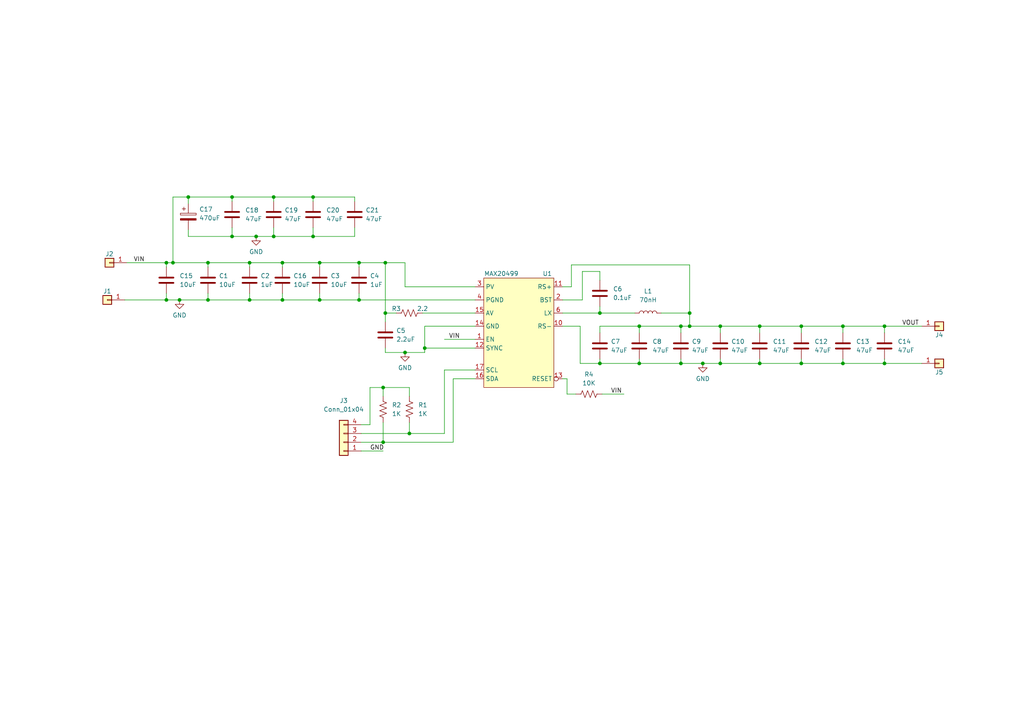
<source format=kicad_sch>
(kicad_sch (version 20211123) (generator eeschema)
  (paper "A4")
  (title_block (title "MAX20499 Breakout") (date "2022-06-12") (rev "1"))
  (lib_symbols
    (symbol "Connector_Generic:Conn_01x01" (pin_names (offset 1.016) hide)
      (property "Reference" "J" (at 0 2.54 0))
      (property "Value" "Conn_01x01" (at 0 -2.54 0))
      (symbol "Conn_01x01_1_1"
        (rectangle (start -1.27 0.127) (end 0 -0.127) (stroke (width 0.1524)))
        (rectangle (start -1.27 1.27) (end 1.27 -1.27) (stroke (width 0.254)) (fill (type background)))
        (pin passive line (at -5.08 0 0) (length 3.81) (name "Pin_1") (number "1"))
      )
    )
    (symbol "Connector_Generic:Conn_01x04" (pin_names (offset 1.016) hide)
      (property "Reference" "J" (at 0 5.08 0))
      (property "Value" "Conn_01x04" (at 0 -7.62 0))
      (symbol "Conn_01x04_1_1"
        (rectangle (start -1.27 -4.953) (end 0 -5.207) (stroke (width 0.1524)))
        (rectangle (start -1.27 -2.413) (end 0 -2.667) (stroke (width 0.1524)))
        (rectangle (start -1.27 0.127) (end 0 -0.127) (stroke (width 0.1524)))
        (rectangle (start -1.27 2.667) (end 0 2.413) (stroke (width 0.1524)))
        (rectangle (start -1.27 3.81) (end 1.27 -6.35) (stroke (width 0.254)) (fill (type background)))
        (pin passive line (at -5.08 2.54 0) (length 3.81) (name "Pin_1") (number "1"))
        (pin passive line (at -5.08 0 0) (length 3.81) (name "Pin_2") (number "2"))
        (pin passive line (at -5.08 -2.54 0) (length 3.81) (name "Pin_3") (number "3"))
        (pin passive line (at -5.08 -5.08 0) (length 3.81) (name "Pin_4") (number "4"))
      )
    )
    (symbol "Device:C" (pin_numbers hide) (pin_names (offset 0.254))
      (property "Reference" "C" (at 0.635 2.54 0))
      (property "Value" "C" (at 0.635 -2.54 0))
      (symbol "C_0_1"
        (polyline (pts (xy -2.032 -0.762) (xy 2.032 -0.762)) (stroke (width 0.508)))
        (polyline (pts (xy -2.032 0.762) (xy 2.032 0.762)) (stroke (width 0.508)))
      )
      (symbol "C_1_1"
        (pin passive line (at 0 3.81 270) (length 2.794) (name "~") (number "1"))
        (pin passive line (at 0 -3.81 90) (length 2.794) (name "~") (number "2"))
      )
    )
    (symbol "Device:C_Polarized" (pin_numbers hide) (pin_names (offset 0.254))
      (property "Reference" "C" (at 0.635 2.54 0))
      (property "Value" "C_Polarized" (at 0.635 -2.54 0))
      (symbol "C_Polarized_0_1"
        (rectangle (start -2.286 0.508) (end 2.286 1.016))
        (polyline (pts (xy -1.778 2.286) (xy -0.762 2.286)))
        (polyline (pts (xy -1.27 2.794) (xy -1.27 1.778)))
        (rectangle (start 2.286 -0.508) (end -2.286 -1.016) (fill (type outline)))
      )
      (symbol "C_Polarized_1_1"
        (pin passive line (at 0 3.81 270) (length 2.794) (name "~") (number "1"))
        (pin passive line (at 0 -3.81 90) (length 2.794) (name "~") (number "2"))
      )
    )
    (symbol "Device:L" (pin_numbers hide) (pin_names (offset 1.016) hide)
      (property "Reference" "L" (at -1.27 0 90))
      (property "Value" "L" (at 1.905 0 90))
      (symbol "L_0_1"
        (arc (start 0 -2.54) (mid 0.635 -1.905) (end 0 -1.27))
        (arc (start 0 -1.27) (mid 0.635 -0.635) (end 0 0))
        (arc (start 0 0) (mid 0.635 0.635) (end 0 1.27))
        (arc (start 0 1.27) (mid 0.635 1.905) (end 0 2.54))
      )
      (symbol "L_1_1"
        (pin passive line (at 0 3.81 270) (length 1.27) (name "1") (number "1"))
        (pin passive line (at 0 -3.81 90) (length 1.27) (name "2") (number "2"))
      )
    )
    (symbol "Device:R_US" (pin_numbers hide) (pin_names (offset 0))
      (property "Reference" "R" (at 2.54 0 90))
      (property "Value" "R_US" (at -2.54 0 90))
      (symbol "R_US_0_1"
        (polyline (pts (xy 0 -2.286) (xy 0 -2.54)))
        (polyline (pts (xy 0 2.286) (xy 0 2.54)))
        (polyline (pts (xy 0 -0.762) (xy 1.016 -1.143) (xy 0 -1.524) (xy -1.016 -1.905) (xy 0 -2.286)))
        (polyline (pts (xy 0 0.762) (xy 1.016 0.381) (xy 0 0) (xy -1.016 -0.381) (xy 0 -0.762)))
        (polyline (pts (xy 0 2.286) (xy 1.016 1.905) (xy 0 1.524) (xy -1.016 1.143) (xy 0 0.762)))
      )
      (symbol "R_US_1_1"
        (pin passive line (at 0 3.81 270) (length 1.27) (name "~") (number "1"))
        (pin passive line (at 0 -3.81 90) (length 1.27) (name "~") (number "2"))
      )
    )
    (symbol "low_voltage_reg:MAX20499"
      (property "Reference" "U" (at 7.62 16.51 0))
      (property "Value" "MAX20499" (at -5.08 16.51 0))
      (symbol "MAX20499_0_1"
        (rectangle (start -10.16 15.24) (end 10.16 -16.51) (stroke (width 0.1524)) (fill (type background)))
      )
      (symbol "MAX20499_1_1"
        (pin input line (at -12.7 -2.54 0) (length 2.54) (name "EN") (number "1"))
        (pin input line (at 12.7 1.27 180) (length 2.54) (name "RS-") (number "10"))
        (pin input line (at 12.7 12.7 180) (length 2.54) (name "RS+") (number "11"))
        (pin input line (at -12.7 -5.08 0) (length 2.54) (name "SYNC") (number "12"))
        (pin input inverted (at 12.7 -13.97 180) (length 2.54) (name "RESET") (number "13"))
        (pin input line (at -12.7 1.27 0) (length 2.54) (name "GND") (number "14"))
        (pin input line (at -12.7 5.08 0) (length 2.54) (name "AV") (number "15"))
        (pin input line (at -12.7 -13.97 0) (length 2.54) (name "SDA") (number "16"))
        (pin input line (at -12.7 -11.43 0) (length 2.54) (name "SCL") (number "17"))
        (pin input line (at 12.7 8.89 180) (length 2.54) (name "BST") (number "2"))
        (pin input line (at -12.7 12.7 0) (length 2.54) (name "PV") (number "3"))
        (pin input line (at -12.7 8.89 0) (length 2.54) (name "PGND") (number "4"))
        (pin input line (at -12.7 8.89 0) (length 2.54) hide (name "PGND") (number "5"))
        (pin input line (at 12.7 5.08 180) (length 2.54) (name "LX") (number "6"))
        (pin input line (at -12.7 8.89 0) (length 2.54) hide (name "PGND") (number "7"))
        (pin input line (at -12.7 8.89 0) (length 2.54) hide (name "PGND") (number "8"))
        (pin input line (at -12.7 12.7 0) (length 2.54) hide (name "PV") (number "9"))
      )
    )
    (symbol "power:GND" (power) (pin_names (offset 0))
      (property "Value" "GND" (at 0 -3.81 0))
      (symbol "GND_0_1"
        (polyline (pts (xy 0 0) (xy 0 -1.27) (xy 1.27 -1.27) (xy 0 -2.54) (xy -1.27 -1.27) (xy 0 -1.27)))
      )
      (symbol "GND_1_1"
        (pin power_in line (at 0 0 270) (length 0) hide (name "GND") (number "1"))
      )
    )
  )
  (junction (at 220.345 94.615))
  (junction (at 74.295 68.58))
  (junction (at 185.42 105.41))
  (junction (at 90.805 68.58))
  (junction (at 72.39 86.995))
  (junction (at 256.54 94.615))
  (junction (at 117.475 102.235))
  (junction (at 104.14 86.995))
  (junction (at 92.71 86.995))
  (junction (at 203.835 105.41))
  (junction (at 67.31 68.58))
  (junction (at 81.915 86.995))
  (junction (at 79.375 57.15))
  (junction (at 48.26 76.2))
  (junction (at 48.26 86.995))
  (junction (at 52.07 86.995))
  (junction (at 197.485 94.615))
  (junction (at 72.39 76.2))
  (junction (at 118.745 125.73))
  (junction (at 92.71 76.2))
  (junction (at 60.325 86.995))
  (junction (at 200.025 94.615))
  (junction (at 123.19 100.965))
  (junction (at 232.41 94.615))
  (junction (at 173.99 105.41))
  (junction (at 90.805 57.15))
  (junction (at 111.125 128.27))
  (junction (at 244.475 94.615))
  (junction (at 173.99 90.805))
  (junction (at 111.76 76.2))
  (junction (at 244.475 105.41))
  (junction (at 185.42 94.615))
  (junction (at 79.375 68.58))
  (junction (at 220.345 105.41))
  (junction (at 208.915 94.615))
  (junction (at 111.125 112.395))
  (junction (at 197.485 105.41))
  (junction (at 67.31 57.15))
  (junction (at 200.025 90.805))
  (junction (at 50.165 76.2))
  (junction (at 81.915 76.2))
  (junction (at 256.54 105.41))
  (junction (at 232.41 105.41))
  (junction (at 111.76 90.805))
  (junction (at 60.325 76.2))
  (junction (at 54.61 57.15))
  (junction (at 208.915 105.41))
  (junction (at 104.14 76.2))
  (wire (pts (xy 54.61 57.15) (xy 54.61 59.055)))
  (wire (pts (xy 256.54 96.52) (xy 256.54 94.615)))
  (wire (pts (xy 168.275 94.615) (xy 168.275 105.41)))
  (wire (pts (xy 72.39 86.995) (xy 81.915 86.995)))
  (wire (pts (xy 111.76 102.235) (xy 111.76 100.965)))
  (wire (pts (xy 168.91 86.995) (xy 168.91 78.74)))
  (wire (pts (xy 111.76 76.2) (xy 111.76 90.805)))
  (wire (pts (xy 50.165 76.2) (xy 48.26 76.2)))
  (wire (pts (xy 54.61 68.58) (xy 54.61 66.675)))
  (wire (pts (xy 104.14 76.2) (xy 92.71 76.2)))
  (wire (pts (xy 220.345 94.615) (xy 232.41 94.615)))
  (wire (pts (xy 92.71 85.09) (xy 92.71 86.995)))
  (wire (pts (xy 131.445 128.27) (xy 131.445 109.855)))
  (wire (pts (xy 185.42 94.615) (xy 197.485 94.615)))
  (wire (pts (xy 52.07 86.995) (xy 60.325 86.995)))
  (wire (pts (xy 111.76 76.2) (xy 104.14 76.2)))
  (wire (pts (xy 232.41 96.52) (xy 232.41 94.615)))
  (wire (pts (xy 173.99 90.805) (xy 184.15 90.805)))
  (wire (pts (xy 60.325 85.09) (xy 60.325 86.995)))
  (wire (pts (xy 244.475 94.615) (xy 244.475 96.52)))
  (wire (pts (xy 90.805 57.15) (xy 90.805 58.42)))
  (wire (pts (xy 128.905 125.73) (xy 128.905 107.315)))
  (wire (pts (xy 54.61 57.15) (xy 50.165 57.15)))
  (wire (pts (xy 114.935 90.805) (xy 111.76 90.805)))
  (wire (pts (xy 118.745 122.555) (xy 118.745 125.73)))
  (wire (pts (xy 72.39 76.2) (xy 60.325 76.2)))
  (wire (pts (xy 185.42 104.14) (xy 185.42 105.41)))
  (wire (pts (xy 137.795 83.185) (xy 117.475 83.185)))
  (wire (pts (xy 200.025 76.835) (xy 200.025 90.805)))
  (wire (pts (xy 173.99 104.14) (xy 173.99 105.41)))
  (wire (pts (xy 36.195 86.995) (xy 48.26 86.995)))
  (wire (pts (xy 102.87 68.58) (xy 90.805 68.58)))
  (wire (pts (xy 163.195 90.805) (xy 173.99 90.805)))
  (wire (pts (xy 104.14 77.47) (xy 104.14 76.2)))
  (wire (pts (xy 81.915 86.995) (xy 92.71 86.995)))
  (wire (pts (xy 81.915 85.09) (xy 81.915 86.995)))
  (wire (pts (xy 163.195 94.615) (xy 168.275 94.615)))
  (wire (pts (xy 128.905 98.425) (xy 137.795 98.425)))
  (wire (pts (xy 123.19 100.965) (xy 137.795 100.965)))
  (wire (pts (xy 111.125 112.395) (xy 111.125 114.935)))
  (wire (pts (xy 165.735 76.835) (xy 200.025 76.835)))
  (wire (pts (xy 123.19 102.235) (xy 117.475 102.235)))
  (wire (pts (xy 79.375 66.04) (xy 79.375 68.58)))
  (wire (pts (xy 104.14 86.995) (xy 104.14 85.09)))
  (wire (pts (xy 197.485 104.14) (xy 197.485 105.41)))
  (wire (pts (xy 50.165 57.15) (xy 50.165 76.2)))
  (wire (pts (xy 79.375 68.58) (xy 90.805 68.58)))
  (wire (pts (xy 123.19 100.965) (xy 123.19 102.235)))
  (wire (pts (xy 102.87 58.42) (xy 102.87 57.15)))
  (wire (pts (xy 232.41 104.14) (xy 232.41 105.41)))
  (wire (pts (xy 102.87 57.15) (xy 90.805 57.15)))
  (wire (pts (xy 104.14 86.995) (xy 137.795 86.995)))
  (wire (pts (xy 185.42 105.41) (xy 197.485 105.41)))
  (wire (pts (xy 137.795 94.615) (xy 123.19 94.615)))
  (wire (pts (xy 48.26 76.2) (xy 48.26 77.47)))
  (wire (pts (xy 203.835 105.41) (xy 208.915 105.41)))
  (wire (pts (xy 74.295 68.58) (xy 79.375 68.58)))
  (wire (pts (xy 72.39 76.2) (xy 72.39 77.47)))
  (wire (pts (xy 67.31 68.58) (xy 74.295 68.58)))
  (wire (pts (xy 163.195 83.185) (xy 165.735 83.185)))
  (wire (pts (xy 123.19 94.615) (xy 123.19 100.965)))
  (wire (pts (xy 48.26 86.995) (xy 52.07 86.995)))
  (wire (pts (xy 168.275 105.41) (xy 173.99 105.41)))
  (wire (pts (xy 191.77 90.805) (xy 200.025 90.805)))
  (wire (pts (xy 220.345 94.615) (xy 208.915 94.615)))
  (wire (pts (xy 48.26 76.2) (xy 36.83 76.2)))
  (wire (pts (xy 163.195 109.855) (xy 164.465 109.855)))
  (wire (pts (xy 67.31 57.15) (xy 54.61 57.15)))
  (wire (pts (xy 128.905 107.315) (xy 137.795 107.315)))
  (wire (pts (xy 67.31 66.04) (xy 67.31 68.58)))
  (wire (pts (xy 111.125 112.395) (xy 118.745 112.395)))
  (wire (pts (xy 111.125 128.27) (xy 131.445 128.27)))
  (wire (pts (xy 208.915 94.615) (xy 208.915 96.52)))
  (wire (pts (xy 104.775 125.73) (xy 118.745 125.73)))
  (wire (pts (xy 256.54 105.41) (xy 267.335 105.41)))
  (wire (pts (xy 90.805 57.15) (xy 79.375 57.15)))
  (wire (pts (xy 185.42 94.615) (xy 185.42 96.52)))
  (wire (pts (xy 81.915 76.2) (xy 72.39 76.2)))
  (wire (pts (xy 54.61 68.58) (xy 67.31 68.58)))
  (wire (pts (xy 104.775 130.81) (xy 111.125 130.81)))
  (wire (pts (xy 220.345 105.41) (xy 232.41 105.41)))
  (wire (pts (xy 90.805 66.04) (xy 90.805 68.58)))
  (wire (pts (xy 200.025 94.615) (xy 197.485 94.615)))
  (wire (pts (xy 48.26 85.09) (xy 48.26 86.995)))
  (wire (pts (xy 92.71 76.2) (xy 92.71 77.47)))
  (wire (pts (xy 111.125 122.555) (xy 111.125 128.27)))
  (wire (pts (xy 107.315 112.395) (xy 111.125 112.395)))
  (wire (pts (xy 256.54 105.41) (xy 256.54 104.14)))
  (wire (pts (xy 197.485 105.41) (xy 203.835 105.41)))
  (wire (pts (xy 244.475 94.615) (xy 256.54 94.615)))
  (wire (pts (xy 92.71 86.995) (xy 104.14 86.995)))
  (wire (pts (xy 102.87 66.04) (xy 102.87 68.58)))
  (wire (pts (xy 174.625 114.3) (xy 180.975 114.3)))
  (wire (pts (xy 122.555 90.805) (xy 137.795 90.805)))
  (wire (pts (xy 165.735 83.185) (xy 165.735 76.835)))
  (wire (pts (xy 173.99 105.41) (xy 185.42 105.41)))
  (wire (pts (xy 244.475 104.14) (xy 244.475 105.41)))
  (wire (pts (xy 173.99 78.74) (xy 173.99 81.28)))
  (wire (pts (xy 168.91 78.74) (xy 173.99 78.74)))
  (wire (pts (xy 104.775 128.27) (xy 111.125 128.27)))
  (wire (pts (xy 117.475 76.2) (xy 111.76 76.2)))
  (wire (pts (xy 79.375 57.15) (xy 79.375 58.42)))
  (wire (pts (xy 220.345 104.14) (xy 220.345 105.41)))
  (wire (pts (xy 131.445 109.855) (xy 137.795 109.855)))
  (wire (pts (xy 208.915 104.14) (xy 208.915 105.41)))
  (wire (pts (xy 220.345 94.615) (xy 220.345 96.52)))
  (wire (pts (xy 232.41 94.615) (xy 244.475 94.615)))
  (wire (pts (xy 81.915 76.2) (xy 81.915 77.47)))
  (wire (pts (xy 200.025 90.805) (xy 200.025 94.615)))
  (wire (pts (xy 67.31 57.15) (xy 67.31 58.42)))
  (wire (pts (xy 104.775 123.19) (xy 107.315 123.19)))
  (wire (pts (xy 111.76 90.805) (xy 111.76 93.345)))
  (wire (pts (xy 173.99 88.9) (xy 173.99 90.805)))
  (wire (pts (xy 232.41 105.41) (xy 244.475 105.41)))
  (wire (pts (xy 208.915 105.41) (xy 220.345 105.41)))
  (wire (pts (xy 173.99 94.615) (xy 173.99 96.52)))
  (wire (pts (xy 164.465 109.855) (xy 164.465 114.3)))
  (wire (pts (xy 197.485 94.615) (xy 197.485 96.52)))
  (wire (pts (xy 118.745 125.73) (xy 128.905 125.73)))
  (wire (pts (xy 117.475 102.235) (xy 111.76 102.235)))
  (wire (pts (xy 60.325 76.2) (xy 60.325 77.47)))
  (wire (pts (xy 79.375 57.15) (xy 67.31 57.15)))
  (wire (pts (xy 208.915 94.615) (xy 200.025 94.615)))
  (wire (pts (xy 164.465 114.3) (xy 167.005 114.3)))
  (wire (pts (xy 244.475 105.41) (xy 256.54 105.41)))
  (wire (pts (xy 107.315 123.19) (xy 107.315 112.395)))
  (wire (pts (xy 72.39 85.09) (xy 72.39 86.995)))
  (wire (pts (xy 185.42 94.615) (xy 173.99 94.615)))
  (wire (pts (xy 256.54 94.615) (xy 267.335 94.615)))
  (wire (pts (xy 92.71 76.2) (xy 81.915 76.2)))
  (wire (pts (xy 163.195 86.995) (xy 168.91 86.995)))
  (wire (pts (xy 60.325 76.2) (xy 50.165 76.2)))
  (wire (pts (xy 118.745 112.395) (xy 118.745 114.935)))
  (wire (pts (xy 60.325 86.995) (xy 72.39 86.995)))
  (wire (pts (xy 117.475 83.185) (xy 117.475 76.2)))
  (label "VIN" (at 130.175 98.425 0))
  (label "VOUT" (at 261.62 94.615 0))
  (label "VIN" (at 38.735 76.2 0))
  (label "VIN" (at 177.165 114.3 0))
  (label "GND" (at 107.315 130.81 0))
  (symbol (lib_id "power:GND") (at 117.475 102.235 0) (unit 1)
    (property "Reference" "#PWR0101" (effects hide))
    (property "Value" "GND" (at 117.475 106.68 0))
  )
  (symbol (lib_id "power:GND") (at 203.835 105.41 0) (unit 1)
    (property "Reference" "#PWR0103" (effects hide))
    (property "Value" "GND" (at 203.835 109.855 0))
  )
  (symbol (lib_id "Device:C") (at 197.485 100.33 0) (unit 1)
    (property "Reference" "C9" (at 200.66 99.0599 0) (effects (justify left)))
    (property "Value" "47uF" (at 200.66 101.5999 0) (effects (justify left)))
    (property "Footprint" "Capacitor_SMD:C_1206_3216Metric" (effects hide))
  )
  (symbol (lib_id "Device:C") (at 92.71 81.28 0) (unit 1)
    (property "Reference" "C3" (at 95.885 80.0099 0) (effects (justify left)))
    (property "Value" "10uF" (at 95.885 82.5499 0) (effects (justify left)))
    (property "Footprint" "Capacitor_SMD:C_0805_2012Metric" (effects hide))
  )
  (symbol (lib_id "Device:C") (at 244.475 100.33 0) (unit 1)
    (property "Reference" "C13" (at 248.285 99.0599 0) (effects (justify left)))
    (property "Value" "47uF" (at 248.285 101.5999 0) (effects (justify left)))
    (property "Footprint" "Capacitor_SMD:C_1206_3216Metric" (effects hide))
  )
  (symbol (lib_id "low_voltage_reg:MAX20499") (at 150.495 95.885 0) (unit 1)
    (property "Reference" "U1" (at 158.75 79.375 0))
    (property "Value" "MAX20499" (at 145.415 79.375 0))
    (property "Footprint" "low_voltage_reg:MAX20499" (effects hide))
    (property "Datasheet" "https://datasheets.maximintegrated.com/en/ds/MAX20499C-MAX20499D.pdf" (effects hide))
    (property "PARTNO" "MAX20499DAFOA/VY+" (effects hide))
    (property "DK" "175-MAX20499DAFOA/VY+-ND" (effects hide))
  )
  (symbol (lib_id "Device:C") (at 111.76 97.155 0) (unit 1)
    (property "Reference" "C5" (at 114.935 95.8849 0) (effects (justify left)))
    (property "Value" "2.2uF" (at 114.935 98.4249 0) (effects (justify left)))
    (property "Footprint" "Capacitor_SMD:C_0603_1608Metric" (effects hide))
  )
  (symbol (lib_id "Device:C") (at 173.99 85.09 0) (unit 1)
    (property "Reference" "C6" (at 177.8 83.8199 0) (effects (justify left)))
    (property "Value" "0.1uF" (at 177.8 86.3599 0) (effects (justify left)))
    (property "Footprint" "Capacitor_SMD:C_0603_1608Metric" (effects hide))
  )
  (symbol (lib_id "Connector_Generic:Conn_01x01") (at 31.75 76.2 180) (unit 1)
    (property "Reference" "J2" (at 31.75 73.66 0))
    (property "Value" "Conn_01x01" (effects hide))
    (property "Footprint" "low_voltage_reg:63862-1" (effects hide))
  )
  (symbol (lib_id "Device:C") (at 102.87 62.23 0) (unit 1)
    (property "Reference" "C21" (at 106.045 60.9599 0) (effects (justify left)))
    (property "Value" "47uF" (at 106.045 63.4999 0) (effects (justify left)))
    (property "Footprint" "Capacitor_SMD:C_1210_3225Metric" (effects hide))
  )
  (symbol (lib_id "Device:C") (at 220.345 100.33 0) (unit 1)
    (property "Reference" "C11" (at 224.155 99.0599 0) (effects (justify left)))
    (property "Value" "47uF" (at 224.155 101.5999 0) (effects (justify left)))
    (property "Footprint" "Capacitor_SMD:C_1206_3216Metric" (effects hide))
  )
  (symbol (lib_id "Device:C") (at 256.54 100.33 0) (unit 1)
    (property "Reference" "C14" (at 260.35 99.0599 0) (effects (justify left)))
    (property "Value" "47uF" (at 260.35 101.5999 0) (effects (justify left)))
    (property "Footprint" "Capacitor_SMD:C_1206_3216Metric" (effects hide))
  )
  (symbol (lib_id "Device:C") (at 173.99 100.33 0) (unit 1)
    (property "Reference" "C7" (at 177.165 99.0599 0) (effects (justify left)))
    (property "Value" "47uF" (at 177.165 101.5999 0) (effects (justify left)))
    (property "Footprint" "Capacitor_SMD:C_1206_3216Metric" (effects hide))
  )
  (symbol (lib_id "Device:C") (at 90.805 62.23 0) (unit 1)
    (property "Reference" "C20" (at 94.615 60.9599 0) (effects (justify left)))
    (property "Value" "47uF" (at 94.615 63.4999 0) (effects (justify left)))
    (property "Footprint" "Capacitor_SMD:C_1210_3225Metric" (effects hide))
  )
  (symbol (lib_id "Device:C_Polarized") (at 54.61 62.865 0) (unit 1)
    (property "Reference" "C17" (at 57.785 60.7059 0) (effects (justify left)))
    (property "Value" "470uF" (at 57.785 63.2459 0) (effects (justify left)))
    (property "Footprint" "Capacitor_Tantalum_SMD:CP_EIA-7343-43_Kemet-X" (effects hide))
  )
  (symbol (lib_id "Device:R_US") (at 118.745 90.805 90) (unit 1)
    (property "Reference" "R3" (at 114.935 89.535 90))
    (property "Value" "2.2" (at 122.555 89.535 90))
    (property "Footprint" "Resistor_SMD:R_0201_0603Metric" (effects hide))
  )
  (symbol (lib_id "Device:R_US") (at 111.125 118.745 0) (unit 1)
    (property "Reference" "R2" (at 113.665 117.4749 0) (effects (justify left)))
    (property "Value" "1K" (at 113.665 120.0149 0) (effects (justify left)))
    (property "Footprint" "Resistor_SMD:R_0201_0603Metric" (effects hide))
  )
  (symbol (lib_id "Device:C") (at 185.42 100.33 0) (unit 1)
    (property "Reference" "C8" (at 189.23 99.0599 0) (effects (justify left)))
    (property "Value" "47uF" (at 189.23 101.5999 0) (effects (justify left)))
    (property "Footprint" "Capacitor_SMD:C_1206_3216Metric" (effects hide))
  )
  (symbol (lib_id "Device:C") (at 72.39 81.28 0) (unit 1)
    (property "Reference" "C2" (at 75.565 80.0099 0) (effects (justify left)))
    (property "Value" "1uF" (at 75.565 82.5499 0) (effects (justify left)))
    (property "Footprint" "Capacitor_SMD:C_0603_1608Metric" (effects hide))
  )
  (symbol (lib_id "Connector_Generic:Conn_01x01") (at 31.115 86.995 180) (unit 1)
    (property "Reference" "J1" (at 31.115 84.455 0))
    (property "Value" "Conn_01x01" (effects hide))
    (property "Footprint" "low_voltage_reg:63862-1" (effects hide))
  )
  (symbol (lib_id "Connector_Generic:Conn_01x01") (at 272.415 105.41 0) (unit 1)
    (property "Reference" "J5" (at 272.415 107.95 0))
    (property "Value" "Conn_01x01" (effects hide))
    (property "Footprint" "low_voltage_reg:63862-1" (effects hide))
  )
  (symbol (lib_id "power:GND") (at 74.295 68.58 0) (unit 1)
    (property "Reference" "#PWR0104" (effects hide))
    (property "Value" "GND" (at 74.295 73.025 0))
  )
  (symbol (lib_id "Device:C") (at 81.915 81.28 0) (unit 1)
    (property "Reference" "C16" (at 85.09 80.0099 0) (effects (justify left)))
    (property "Value" "10uF" (at 85.09 82.5499 0) (effects (justify left)))
    (property "Footprint" "Capacitor_SMD:C_0805_2012Metric" (effects hide))
  )
  (symbol (lib_id "Device:C") (at 104.14 81.28 0) (unit 1)
    (property "Reference" "C4" (at 107.315 80.0099 0) (effects (justify left)))
    (property "Value" "1uF" (at 107.315 82.5499 0) (effects (justify left)))
    (property "Footprint" "Capacitor_SMD:C_0603_1608Metric" (effects hide))
  )
  (symbol (lib_id "Connector_Generic:Conn_01x01") (at 272.415 94.615 0) (unit 1)
    (property "Reference" "J4" (at 272.415 97.155 0))
    (property "Value" "Conn_01x01" (effects hide))
    (property "Footprint" "low_voltage_reg:63862-1" (effects hide))
  )
  (symbol (lib_id "Device:C") (at 67.31 62.23 0) (unit 1)
    (property "Reference" "C18" (at 71.12 60.9599 0) (effects (justify left)))
    (property "Value" "47uF" (at 71.12 63.4999 0) (effects (justify left)))
    (property "Footprint" "Capacitor_SMD:C_1210_3225Metric" (effects hide))
  )
  (symbol (lib_id "Connector_Generic:Conn_01x04") (at 99.695 128.27 180) (unit 1)
    (property "Reference" "J3" (at 99.695 116.205 0))
    (property "Value" "Conn_01x04" (at 99.695 118.745 0))
    (property "Footprint" "Connector_PinHeader_2.54mm:PinHeader_1x04_P2.54mm_Vertical" (effects hide))
  )
  (symbol (lib_id "Device:C") (at 48.26 81.28 0) (unit 1)
    (property "Reference" "C15" (at 52.07 80.0099 0) (effects (justify left)))
    (property "Value" "10uF" (at 52.07 82.5499 0) (effects (justify left)))
    (property "Footprint" "Capacitor_SMD:C_0805_2012Metric" (effects hide))
  )
  (symbol (lib_id "Device:C") (at 79.375 62.23 0) (unit 1)
    (property "Reference" "C19" (at 82.55 60.9599 0) (effects (justify left)))
    (property "Value" "47uF" (at 82.55 63.4999 0) (effects (justify left)))
    (property "Footprint" "Capacitor_SMD:C_1210_3225Metric" (effects hide))
  )
  (symbol (lib_id "Device:C") (at 232.41 100.33 0) (unit 1)
    (property "Reference" "C12" (at 236.22 99.0599 0) (effects (justify left)))
    (property "Value" "47uF" (at 236.22 101.5999 0) (effects (justify left)))
    (property "Footprint" "Capacitor_SMD:C_1206_3216Metric" (effects hide))
  )
  (symbol (lib_id "Device:C") (at 208.915 100.33 0) (unit 1)
    (property "Reference" "C10" (at 212.09 99.0599 0) (effects (justify left)))
    (property "Value" "47uF" (at 212.09 101.5999 0) (effects (justify left)))
    (property "Footprint" "Capacitor_SMD:C_1206_3216Metric" (effects hide))
  )
  (symbol (lib_id "Device:R_US") (at 118.745 118.745 0) (unit 1)
    (property "Reference" "R1" (at 121.285 117.4749 0) (effects (justify left)))
    (property "Value" "1K" (at 121.285 120.0149 0) (effects (justify left)))
    (property "Footprint" "Resistor_SMD:R_0201_0603Metric" (effects hide))
  )
  (symbol (lib_id "Device:C") (at 60.325 81.28 0) (unit 1)
    (property "Reference" "C1" (at 63.5 80.0099 0) (effects (justify left)))
    (property "Value" "10uF" (at 63.5 82.5499 0) (effects (justify left)))
    (property "Footprint" "Capacitor_SMD:C_0805_2012Metric" (effects hide))
  )
  (symbol (lib_id "power:GND") (at 52.07 86.995 0) (unit 1)
    (property "Reference" "#PWR0102" (effects hide))
    (property "Value" "GND" (at 52.07 91.44 0))
  )
  (symbol (lib_id "Device:L") (at 187.96 90.805 90) (unit 1)
    (property "Reference" "L1" (at 187.96 84.455 90))
    (property "Value" "70nH" (at 187.96 86.995 90))
    (property "Footprint" "low_voltage_reg:VLBU9664100LT-R07M" (effects hide))
    (property "Datasheet" "https://product.tdk.com/en/system/files?file=dam/doc/product/inductor/inductor/smd/catalog/inductor_commercial_power_vlbu9664100l_en.pdf" (effects hide))
    (property "DK" "445-VLBU9664100LT-R07MCT-ND" (effects hide))
    (property "Field5" "VLBU9664100LT-R07M" (effects hide))
  )
  (symbol (lib_id "Device:R_US") (at 170.815 114.3 270) (unit 1)
    (property "Reference" "R4" (at 170.815 108.585 90))
    (property "Value" "10K" (at 170.815 111.125 90))
    (property "Footprint" "Resistor_SMD:R_0201_0603Metric" (effects hide))
  )
)
</source>
